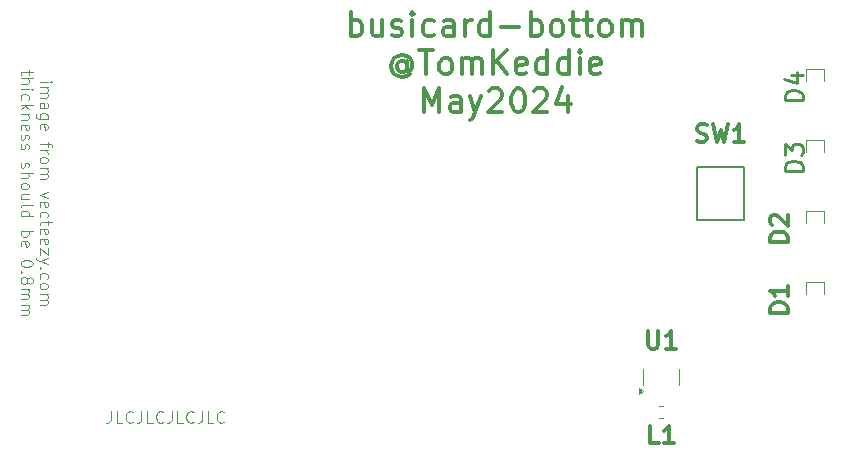
<source format=gto>
G04 #@! TF.GenerationSoftware,KiCad,Pcbnew,8.0.2-1.fc40*
G04 #@! TF.CreationDate,2024-05-26T08:13:27-07:00*
G04 #@! TF.ProjectId,busicard-bottom,62757369-6361-4726-942d-626f74746f6d,rev?*
G04 #@! TF.SameCoordinates,Original*
G04 #@! TF.FileFunction,Legend,Top*
G04 #@! TF.FilePolarity,Positive*
%FSLAX46Y46*%
G04 Gerber Fmt 4.6, Leading zero omitted, Abs format (unit mm)*
G04 Created by KiCad (PCBNEW 8.0.2-1.fc40) date 2024-05-26 08:13:27*
%MOMM*%
%LPD*%
G01*
G04 APERTURE LIST*
%ADD10C,0.100000*%
%ADD11C,0.300000*%
%ADD12C,0.250000*%
%ADD13C,0.120000*%
%ADD14C,0.200000*%
G04 APERTURE END LIST*
D10*
X138380951Y-118457419D02*
X138380951Y-119171704D01*
X138380951Y-119171704D02*
X138333332Y-119314561D01*
X138333332Y-119314561D02*
X138238094Y-119409800D01*
X138238094Y-119409800D02*
X138095237Y-119457419D01*
X138095237Y-119457419D02*
X137999999Y-119457419D01*
X139333332Y-119457419D02*
X138857142Y-119457419D01*
X138857142Y-119457419D02*
X138857142Y-118457419D01*
X140238094Y-119362180D02*
X140190475Y-119409800D01*
X140190475Y-119409800D02*
X140047618Y-119457419D01*
X140047618Y-119457419D02*
X139952380Y-119457419D01*
X139952380Y-119457419D02*
X139809523Y-119409800D01*
X139809523Y-119409800D02*
X139714285Y-119314561D01*
X139714285Y-119314561D02*
X139666666Y-119219323D01*
X139666666Y-119219323D02*
X139619047Y-119028847D01*
X139619047Y-119028847D02*
X139619047Y-118885990D01*
X139619047Y-118885990D02*
X139666666Y-118695514D01*
X139666666Y-118695514D02*
X139714285Y-118600276D01*
X139714285Y-118600276D02*
X139809523Y-118505038D01*
X139809523Y-118505038D02*
X139952380Y-118457419D01*
X139952380Y-118457419D02*
X140047618Y-118457419D01*
X140047618Y-118457419D02*
X140190475Y-118505038D01*
X140190475Y-118505038D02*
X140238094Y-118552657D01*
X140952380Y-118457419D02*
X140952380Y-119171704D01*
X140952380Y-119171704D02*
X140904761Y-119314561D01*
X140904761Y-119314561D02*
X140809523Y-119409800D01*
X140809523Y-119409800D02*
X140666666Y-119457419D01*
X140666666Y-119457419D02*
X140571428Y-119457419D01*
X141904761Y-119457419D02*
X141428571Y-119457419D01*
X141428571Y-119457419D02*
X141428571Y-118457419D01*
X142809523Y-119362180D02*
X142761904Y-119409800D01*
X142761904Y-119409800D02*
X142619047Y-119457419D01*
X142619047Y-119457419D02*
X142523809Y-119457419D01*
X142523809Y-119457419D02*
X142380952Y-119409800D01*
X142380952Y-119409800D02*
X142285714Y-119314561D01*
X142285714Y-119314561D02*
X142238095Y-119219323D01*
X142238095Y-119219323D02*
X142190476Y-119028847D01*
X142190476Y-119028847D02*
X142190476Y-118885990D01*
X142190476Y-118885990D02*
X142238095Y-118695514D01*
X142238095Y-118695514D02*
X142285714Y-118600276D01*
X142285714Y-118600276D02*
X142380952Y-118505038D01*
X142380952Y-118505038D02*
X142523809Y-118457419D01*
X142523809Y-118457419D02*
X142619047Y-118457419D01*
X142619047Y-118457419D02*
X142761904Y-118505038D01*
X142761904Y-118505038D02*
X142809523Y-118552657D01*
X143523809Y-118457419D02*
X143523809Y-119171704D01*
X143523809Y-119171704D02*
X143476190Y-119314561D01*
X143476190Y-119314561D02*
X143380952Y-119409800D01*
X143380952Y-119409800D02*
X143238095Y-119457419D01*
X143238095Y-119457419D02*
X143142857Y-119457419D01*
X144476190Y-119457419D02*
X144000000Y-119457419D01*
X144000000Y-119457419D02*
X144000000Y-118457419D01*
X145380952Y-119362180D02*
X145333333Y-119409800D01*
X145333333Y-119409800D02*
X145190476Y-119457419D01*
X145190476Y-119457419D02*
X145095238Y-119457419D01*
X145095238Y-119457419D02*
X144952381Y-119409800D01*
X144952381Y-119409800D02*
X144857143Y-119314561D01*
X144857143Y-119314561D02*
X144809524Y-119219323D01*
X144809524Y-119219323D02*
X144761905Y-119028847D01*
X144761905Y-119028847D02*
X144761905Y-118885990D01*
X144761905Y-118885990D02*
X144809524Y-118695514D01*
X144809524Y-118695514D02*
X144857143Y-118600276D01*
X144857143Y-118600276D02*
X144952381Y-118505038D01*
X144952381Y-118505038D02*
X145095238Y-118457419D01*
X145095238Y-118457419D02*
X145190476Y-118457419D01*
X145190476Y-118457419D02*
X145333333Y-118505038D01*
X145333333Y-118505038D02*
X145380952Y-118552657D01*
X146095238Y-118457419D02*
X146095238Y-119171704D01*
X146095238Y-119171704D02*
X146047619Y-119314561D01*
X146047619Y-119314561D02*
X145952381Y-119409800D01*
X145952381Y-119409800D02*
X145809524Y-119457419D01*
X145809524Y-119457419D02*
X145714286Y-119457419D01*
X147047619Y-119457419D02*
X146571429Y-119457419D01*
X146571429Y-119457419D02*
X146571429Y-118457419D01*
X147952381Y-119362180D02*
X147904762Y-119409800D01*
X147904762Y-119409800D02*
X147761905Y-119457419D01*
X147761905Y-119457419D02*
X147666667Y-119457419D01*
X147666667Y-119457419D02*
X147523810Y-119409800D01*
X147523810Y-119409800D02*
X147428572Y-119314561D01*
X147428572Y-119314561D02*
X147380953Y-119219323D01*
X147380953Y-119219323D02*
X147333334Y-119028847D01*
X147333334Y-119028847D02*
X147333334Y-118885990D01*
X147333334Y-118885990D02*
X147380953Y-118695514D01*
X147380953Y-118695514D02*
X147428572Y-118600276D01*
X147428572Y-118600276D02*
X147523810Y-118505038D01*
X147523810Y-118505038D02*
X147666667Y-118457419D01*
X147666667Y-118457419D02*
X147761905Y-118457419D01*
X147761905Y-118457419D02*
X147904762Y-118505038D01*
X147904762Y-118505038D02*
X147952381Y-118552657D01*
D11*
X158666666Y-86689750D02*
X158666666Y-84689750D01*
X158666666Y-85451654D02*
X158857142Y-85356416D01*
X158857142Y-85356416D02*
X159238095Y-85356416D01*
X159238095Y-85356416D02*
X159428571Y-85451654D01*
X159428571Y-85451654D02*
X159523809Y-85546892D01*
X159523809Y-85546892D02*
X159619047Y-85737369D01*
X159619047Y-85737369D02*
X159619047Y-86308797D01*
X159619047Y-86308797D02*
X159523809Y-86499273D01*
X159523809Y-86499273D02*
X159428571Y-86594512D01*
X159428571Y-86594512D02*
X159238095Y-86689750D01*
X159238095Y-86689750D02*
X158857142Y-86689750D01*
X158857142Y-86689750D02*
X158666666Y-86594512D01*
X161333333Y-85356416D02*
X161333333Y-86689750D01*
X160476190Y-85356416D02*
X160476190Y-86404035D01*
X160476190Y-86404035D02*
X160571428Y-86594512D01*
X160571428Y-86594512D02*
X160761904Y-86689750D01*
X160761904Y-86689750D02*
X161047619Y-86689750D01*
X161047619Y-86689750D02*
X161238095Y-86594512D01*
X161238095Y-86594512D02*
X161333333Y-86499273D01*
X162190476Y-86594512D02*
X162380952Y-86689750D01*
X162380952Y-86689750D02*
X162761904Y-86689750D01*
X162761904Y-86689750D02*
X162952381Y-86594512D01*
X162952381Y-86594512D02*
X163047619Y-86404035D01*
X163047619Y-86404035D02*
X163047619Y-86308797D01*
X163047619Y-86308797D02*
X162952381Y-86118321D01*
X162952381Y-86118321D02*
X162761904Y-86023083D01*
X162761904Y-86023083D02*
X162476190Y-86023083D01*
X162476190Y-86023083D02*
X162285714Y-85927845D01*
X162285714Y-85927845D02*
X162190476Y-85737369D01*
X162190476Y-85737369D02*
X162190476Y-85642131D01*
X162190476Y-85642131D02*
X162285714Y-85451654D01*
X162285714Y-85451654D02*
X162476190Y-85356416D01*
X162476190Y-85356416D02*
X162761904Y-85356416D01*
X162761904Y-85356416D02*
X162952381Y-85451654D01*
X163904762Y-86689750D02*
X163904762Y-85356416D01*
X163904762Y-84689750D02*
X163809524Y-84784988D01*
X163809524Y-84784988D02*
X163904762Y-84880226D01*
X163904762Y-84880226D02*
X164000000Y-84784988D01*
X164000000Y-84784988D02*
X163904762Y-84689750D01*
X163904762Y-84689750D02*
X163904762Y-84880226D01*
X165714286Y-86594512D02*
X165523810Y-86689750D01*
X165523810Y-86689750D02*
X165142857Y-86689750D01*
X165142857Y-86689750D02*
X164952381Y-86594512D01*
X164952381Y-86594512D02*
X164857143Y-86499273D01*
X164857143Y-86499273D02*
X164761905Y-86308797D01*
X164761905Y-86308797D02*
X164761905Y-85737369D01*
X164761905Y-85737369D02*
X164857143Y-85546892D01*
X164857143Y-85546892D02*
X164952381Y-85451654D01*
X164952381Y-85451654D02*
X165142857Y-85356416D01*
X165142857Y-85356416D02*
X165523810Y-85356416D01*
X165523810Y-85356416D02*
X165714286Y-85451654D01*
X167428572Y-86689750D02*
X167428572Y-85642131D01*
X167428572Y-85642131D02*
X167333334Y-85451654D01*
X167333334Y-85451654D02*
X167142858Y-85356416D01*
X167142858Y-85356416D02*
X166761905Y-85356416D01*
X166761905Y-85356416D02*
X166571429Y-85451654D01*
X167428572Y-86594512D02*
X167238096Y-86689750D01*
X167238096Y-86689750D02*
X166761905Y-86689750D01*
X166761905Y-86689750D02*
X166571429Y-86594512D01*
X166571429Y-86594512D02*
X166476191Y-86404035D01*
X166476191Y-86404035D02*
X166476191Y-86213559D01*
X166476191Y-86213559D02*
X166571429Y-86023083D01*
X166571429Y-86023083D02*
X166761905Y-85927845D01*
X166761905Y-85927845D02*
X167238096Y-85927845D01*
X167238096Y-85927845D02*
X167428572Y-85832607D01*
X168380953Y-86689750D02*
X168380953Y-85356416D01*
X168380953Y-85737369D02*
X168476191Y-85546892D01*
X168476191Y-85546892D02*
X168571429Y-85451654D01*
X168571429Y-85451654D02*
X168761905Y-85356416D01*
X168761905Y-85356416D02*
X168952382Y-85356416D01*
X170476191Y-86689750D02*
X170476191Y-84689750D01*
X170476191Y-86594512D02*
X170285715Y-86689750D01*
X170285715Y-86689750D02*
X169904762Y-86689750D01*
X169904762Y-86689750D02*
X169714286Y-86594512D01*
X169714286Y-86594512D02*
X169619048Y-86499273D01*
X169619048Y-86499273D02*
X169523810Y-86308797D01*
X169523810Y-86308797D02*
X169523810Y-85737369D01*
X169523810Y-85737369D02*
X169619048Y-85546892D01*
X169619048Y-85546892D02*
X169714286Y-85451654D01*
X169714286Y-85451654D02*
X169904762Y-85356416D01*
X169904762Y-85356416D02*
X170285715Y-85356416D01*
X170285715Y-85356416D02*
X170476191Y-85451654D01*
X171428572Y-85927845D02*
X172952382Y-85927845D01*
X173904762Y-86689750D02*
X173904762Y-84689750D01*
X173904762Y-85451654D02*
X174095238Y-85356416D01*
X174095238Y-85356416D02*
X174476191Y-85356416D01*
X174476191Y-85356416D02*
X174666667Y-85451654D01*
X174666667Y-85451654D02*
X174761905Y-85546892D01*
X174761905Y-85546892D02*
X174857143Y-85737369D01*
X174857143Y-85737369D02*
X174857143Y-86308797D01*
X174857143Y-86308797D02*
X174761905Y-86499273D01*
X174761905Y-86499273D02*
X174666667Y-86594512D01*
X174666667Y-86594512D02*
X174476191Y-86689750D01*
X174476191Y-86689750D02*
X174095238Y-86689750D01*
X174095238Y-86689750D02*
X173904762Y-86594512D01*
X176000000Y-86689750D02*
X175809524Y-86594512D01*
X175809524Y-86594512D02*
X175714286Y-86499273D01*
X175714286Y-86499273D02*
X175619048Y-86308797D01*
X175619048Y-86308797D02*
X175619048Y-85737369D01*
X175619048Y-85737369D02*
X175714286Y-85546892D01*
X175714286Y-85546892D02*
X175809524Y-85451654D01*
X175809524Y-85451654D02*
X176000000Y-85356416D01*
X176000000Y-85356416D02*
X176285715Y-85356416D01*
X176285715Y-85356416D02*
X176476191Y-85451654D01*
X176476191Y-85451654D02*
X176571429Y-85546892D01*
X176571429Y-85546892D02*
X176666667Y-85737369D01*
X176666667Y-85737369D02*
X176666667Y-86308797D01*
X176666667Y-86308797D02*
X176571429Y-86499273D01*
X176571429Y-86499273D02*
X176476191Y-86594512D01*
X176476191Y-86594512D02*
X176285715Y-86689750D01*
X176285715Y-86689750D02*
X176000000Y-86689750D01*
X177238096Y-85356416D02*
X178000000Y-85356416D01*
X177523810Y-84689750D02*
X177523810Y-86404035D01*
X177523810Y-86404035D02*
X177619048Y-86594512D01*
X177619048Y-86594512D02*
X177809524Y-86689750D01*
X177809524Y-86689750D02*
X178000000Y-86689750D01*
X178380953Y-85356416D02*
X179142857Y-85356416D01*
X178666667Y-84689750D02*
X178666667Y-86404035D01*
X178666667Y-86404035D02*
X178761905Y-86594512D01*
X178761905Y-86594512D02*
X178952381Y-86689750D01*
X178952381Y-86689750D02*
X179142857Y-86689750D01*
X180095238Y-86689750D02*
X179904762Y-86594512D01*
X179904762Y-86594512D02*
X179809524Y-86499273D01*
X179809524Y-86499273D02*
X179714286Y-86308797D01*
X179714286Y-86308797D02*
X179714286Y-85737369D01*
X179714286Y-85737369D02*
X179809524Y-85546892D01*
X179809524Y-85546892D02*
X179904762Y-85451654D01*
X179904762Y-85451654D02*
X180095238Y-85356416D01*
X180095238Y-85356416D02*
X180380953Y-85356416D01*
X180380953Y-85356416D02*
X180571429Y-85451654D01*
X180571429Y-85451654D02*
X180666667Y-85546892D01*
X180666667Y-85546892D02*
X180761905Y-85737369D01*
X180761905Y-85737369D02*
X180761905Y-86308797D01*
X180761905Y-86308797D02*
X180666667Y-86499273D01*
X180666667Y-86499273D02*
X180571429Y-86594512D01*
X180571429Y-86594512D02*
X180380953Y-86689750D01*
X180380953Y-86689750D02*
X180095238Y-86689750D01*
X181619048Y-86689750D02*
X181619048Y-85356416D01*
X181619048Y-85546892D02*
X181714286Y-85451654D01*
X181714286Y-85451654D02*
X181904762Y-85356416D01*
X181904762Y-85356416D02*
X182190477Y-85356416D01*
X182190477Y-85356416D02*
X182380953Y-85451654D01*
X182380953Y-85451654D02*
X182476191Y-85642131D01*
X182476191Y-85642131D02*
X182476191Y-86689750D01*
X182476191Y-85642131D02*
X182571429Y-85451654D01*
X182571429Y-85451654D02*
X182761905Y-85356416D01*
X182761905Y-85356416D02*
X183047619Y-85356416D01*
X183047619Y-85356416D02*
X183238096Y-85451654D01*
X183238096Y-85451654D02*
X183333334Y-85642131D01*
X183333334Y-85642131D02*
X183333334Y-86689750D01*
X163428570Y-88957257D02*
X163333332Y-88862019D01*
X163333332Y-88862019D02*
X163142856Y-88766780D01*
X163142856Y-88766780D02*
X162952380Y-88766780D01*
X162952380Y-88766780D02*
X162761904Y-88862019D01*
X162761904Y-88862019D02*
X162666665Y-88957257D01*
X162666665Y-88957257D02*
X162571427Y-89147733D01*
X162571427Y-89147733D02*
X162571427Y-89338209D01*
X162571427Y-89338209D02*
X162666665Y-89528685D01*
X162666665Y-89528685D02*
X162761904Y-89623923D01*
X162761904Y-89623923D02*
X162952380Y-89719161D01*
X162952380Y-89719161D02*
X163142856Y-89719161D01*
X163142856Y-89719161D02*
X163333332Y-89623923D01*
X163333332Y-89623923D02*
X163428570Y-89528685D01*
X163428570Y-88766780D02*
X163428570Y-89528685D01*
X163428570Y-89528685D02*
X163523808Y-89623923D01*
X163523808Y-89623923D02*
X163619046Y-89623923D01*
X163619046Y-89623923D02*
X163809523Y-89528685D01*
X163809523Y-89528685D02*
X163904761Y-89338209D01*
X163904761Y-89338209D02*
X163904761Y-88862019D01*
X163904761Y-88862019D02*
X163714285Y-88576304D01*
X163714285Y-88576304D02*
X163428570Y-88385828D01*
X163428570Y-88385828D02*
X163047618Y-88290590D01*
X163047618Y-88290590D02*
X162666665Y-88385828D01*
X162666665Y-88385828D02*
X162380951Y-88576304D01*
X162380951Y-88576304D02*
X162190475Y-88862019D01*
X162190475Y-88862019D02*
X162095237Y-89242971D01*
X162095237Y-89242971D02*
X162190475Y-89623923D01*
X162190475Y-89623923D02*
X162380951Y-89909638D01*
X162380951Y-89909638D02*
X162666665Y-90100114D01*
X162666665Y-90100114D02*
X163047618Y-90195352D01*
X163047618Y-90195352D02*
X163428570Y-90100114D01*
X163428570Y-90100114D02*
X163714285Y-89909638D01*
X164476190Y-87909638D02*
X165619047Y-87909638D01*
X165047618Y-89909638D02*
X165047618Y-87909638D01*
X166571428Y-89909638D02*
X166380952Y-89814400D01*
X166380952Y-89814400D02*
X166285714Y-89719161D01*
X166285714Y-89719161D02*
X166190476Y-89528685D01*
X166190476Y-89528685D02*
X166190476Y-88957257D01*
X166190476Y-88957257D02*
X166285714Y-88766780D01*
X166285714Y-88766780D02*
X166380952Y-88671542D01*
X166380952Y-88671542D02*
X166571428Y-88576304D01*
X166571428Y-88576304D02*
X166857143Y-88576304D01*
X166857143Y-88576304D02*
X167047619Y-88671542D01*
X167047619Y-88671542D02*
X167142857Y-88766780D01*
X167142857Y-88766780D02*
X167238095Y-88957257D01*
X167238095Y-88957257D02*
X167238095Y-89528685D01*
X167238095Y-89528685D02*
X167142857Y-89719161D01*
X167142857Y-89719161D02*
X167047619Y-89814400D01*
X167047619Y-89814400D02*
X166857143Y-89909638D01*
X166857143Y-89909638D02*
X166571428Y-89909638D01*
X168095238Y-89909638D02*
X168095238Y-88576304D01*
X168095238Y-88766780D02*
X168190476Y-88671542D01*
X168190476Y-88671542D02*
X168380952Y-88576304D01*
X168380952Y-88576304D02*
X168666667Y-88576304D01*
X168666667Y-88576304D02*
X168857143Y-88671542D01*
X168857143Y-88671542D02*
X168952381Y-88862019D01*
X168952381Y-88862019D02*
X168952381Y-89909638D01*
X168952381Y-88862019D02*
X169047619Y-88671542D01*
X169047619Y-88671542D02*
X169238095Y-88576304D01*
X169238095Y-88576304D02*
X169523809Y-88576304D01*
X169523809Y-88576304D02*
X169714286Y-88671542D01*
X169714286Y-88671542D02*
X169809524Y-88862019D01*
X169809524Y-88862019D02*
X169809524Y-89909638D01*
X170761905Y-89909638D02*
X170761905Y-87909638D01*
X171904762Y-89909638D02*
X171047619Y-88766780D01*
X171904762Y-87909638D02*
X170761905Y-89052495D01*
X173523810Y-89814400D02*
X173333334Y-89909638D01*
X173333334Y-89909638D02*
X172952381Y-89909638D01*
X172952381Y-89909638D02*
X172761905Y-89814400D01*
X172761905Y-89814400D02*
X172666667Y-89623923D01*
X172666667Y-89623923D02*
X172666667Y-88862019D01*
X172666667Y-88862019D02*
X172761905Y-88671542D01*
X172761905Y-88671542D02*
X172952381Y-88576304D01*
X172952381Y-88576304D02*
X173333334Y-88576304D01*
X173333334Y-88576304D02*
X173523810Y-88671542D01*
X173523810Y-88671542D02*
X173619048Y-88862019D01*
X173619048Y-88862019D02*
X173619048Y-89052495D01*
X173619048Y-89052495D02*
X172666667Y-89242971D01*
X175333334Y-89909638D02*
X175333334Y-87909638D01*
X175333334Y-89814400D02*
X175142858Y-89909638D01*
X175142858Y-89909638D02*
X174761905Y-89909638D01*
X174761905Y-89909638D02*
X174571429Y-89814400D01*
X174571429Y-89814400D02*
X174476191Y-89719161D01*
X174476191Y-89719161D02*
X174380953Y-89528685D01*
X174380953Y-89528685D02*
X174380953Y-88957257D01*
X174380953Y-88957257D02*
X174476191Y-88766780D01*
X174476191Y-88766780D02*
X174571429Y-88671542D01*
X174571429Y-88671542D02*
X174761905Y-88576304D01*
X174761905Y-88576304D02*
X175142858Y-88576304D01*
X175142858Y-88576304D02*
X175333334Y-88671542D01*
X177142858Y-89909638D02*
X177142858Y-87909638D01*
X177142858Y-89814400D02*
X176952382Y-89909638D01*
X176952382Y-89909638D02*
X176571429Y-89909638D01*
X176571429Y-89909638D02*
X176380953Y-89814400D01*
X176380953Y-89814400D02*
X176285715Y-89719161D01*
X176285715Y-89719161D02*
X176190477Y-89528685D01*
X176190477Y-89528685D02*
X176190477Y-88957257D01*
X176190477Y-88957257D02*
X176285715Y-88766780D01*
X176285715Y-88766780D02*
X176380953Y-88671542D01*
X176380953Y-88671542D02*
X176571429Y-88576304D01*
X176571429Y-88576304D02*
X176952382Y-88576304D01*
X176952382Y-88576304D02*
X177142858Y-88671542D01*
X178095239Y-89909638D02*
X178095239Y-88576304D01*
X178095239Y-87909638D02*
X178000001Y-88004876D01*
X178000001Y-88004876D02*
X178095239Y-88100114D01*
X178095239Y-88100114D02*
X178190477Y-88004876D01*
X178190477Y-88004876D02*
X178095239Y-87909638D01*
X178095239Y-87909638D02*
X178095239Y-88100114D01*
X179809525Y-89814400D02*
X179619049Y-89909638D01*
X179619049Y-89909638D02*
X179238096Y-89909638D01*
X179238096Y-89909638D02*
X179047620Y-89814400D01*
X179047620Y-89814400D02*
X178952382Y-89623923D01*
X178952382Y-89623923D02*
X178952382Y-88862019D01*
X178952382Y-88862019D02*
X179047620Y-88671542D01*
X179047620Y-88671542D02*
X179238096Y-88576304D01*
X179238096Y-88576304D02*
X179619049Y-88576304D01*
X179619049Y-88576304D02*
X179809525Y-88671542D01*
X179809525Y-88671542D02*
X179904763Y-88862019D01*
X179904763Y-88862019D02*
X179904763Y-89052495D01*
X179904763Y-89052495D02*
X178952382Y-89242971D01*
X164857142Y-93129526D02*
X164857142Y-91129526D01*
X164857142Y-91129526D02*
X165523809Y-92558097D01*
X165523809Y-92558097D02*
X166190475Y-91129526D01*
X166190475Y-91129526D02*
X166190475Y-93129526D01*
X167999999Y-93129526D02*
X167999999Y-92081907D01*
X167999999Y-92081907D02*
X167904761Y-91891430D01*
X167904761Y-91891430D02*
X167714285Y-91796192D01*
X167714285Y-91796192D02*
X167333332Y-91796192D01*
X167333332Y-91796192D02*
X167142856Y-91891430D01*
X167999999Y-93034288D02*
X167809523Y-93129526D01*
X167809523Y-93129526D02*
X167333332Y-93129526D01*
X167333332Y-93129526D02*
X167142856Y-93034288D01*
X167142856Y-93034288D02*
X167047618Y-92843811D01*
X167047618Y-92843811D02*
X167047618Y-92653335D01*
X167047618Y-92653335D02*
X167142856Y-92462859D01*
X167142856Y-92462859D02*
X167333332Y-92367621D01*
X167333332Y-92367621D02*
X167809523Y-92367621D01*
X167809523Y-92367621D02*
X167999999Y-92272383D01*
X168761904Y-91796192D02*
X169238094Y-93129526D01*
X169714285Y-91796192D02*
X169238094Y-93129526D01*
X169238094Y-93129526D02*
X169047618Y-93605716D01*
X169047618Y-93605716D02*
X168952380Y-93700954D01*
X168952380Y-93700954D02*
X168761904Y-93796192D01*
X170380952Y-91320002D02*
X170476190Y-91224764D01*
X170476190Y-91224764D02*
X170666666Y-91129526D01*
X170666666Y-91129526D02*
X171142857Y-91129526D01*
X171142857Y-91129526D02*
X171333333Y-91224764D01*
X171333333Y-91224764D02*
X171428571Y-91320002D01*
X171428571Y-91320002D02*
X171523809Y-91510478D01*
X171523809Y-91510478D02*
X171523809Y-91700954D01*
X171523809Y-91700954D02*
X171428571Y-91986668D01*
X171428571Y-91986668D02*
X170285714Y-93129526D01*
X170285714Y-93129526D02*
X171523809Y-93129526D01*
X172761904Y-91129526D02*
X172952381Y-91129526D01*
X172952381Y-91129526D02*
X173142857Y-91224764D01*
X173142857Y-91224764D02*
X173238095Y-91320002D01*
X173238095Y-91320002D02*
X173333333Y-91510478D01*
X173333333Y-91510478D02*
X173428571Y-91891430D01*
X173428571Y-91891430D02*
X173428571Y-92367621D01*
X173428571Y-92367621D02*
X173333333Y-92748573D01*
X173333333Y-92748573D02*
X173238095Y-92939049D01*
X173238095Y-92939049D02*
X173142857Y-93034288D01*
X173142857Y-93034288D02*
X172952381Y-93129526D01*
X172952381Y-93129526D02*
X172761904Y-93129526D01*
X172761904Y-93129526D02*
X172571428Y-93034288D01*
X172571428Y-93034288D02*
X172476190Y-92939049D01*
X172476190Y-92939049D02*
X172380952Y-92748573D01*
X172380952Y-92748573D02*
X172285714Y-92367621D01*
X172285714Y-92367621D02*
X172285714Y-91891430D01*
X172285714Y-91891430D02*
X172380952Y-91510478D01*
X172380952Y-91510478D02*
X172476190Y-91320002D01*
X172476190Y-91320002D02*
X172571428Y-91224764D01*
X172571428Y-91224764D02*
X172761904Y-91129526D01*
X174190476Y-91320002D02*
X174285714Y-91224764D01*
X174285714Y-91224764D02*
X174476190Y-91129526D01*
X174476190Y-91129526D02*
X174952381Y-91129526D01*
X174952381Y-91129526D02*
X175142857Y-91224764D01*
X175142857Y-91224764D02*
X175238095Y-91320002D01*
X175238095Y-91320002D02*
X175333333Y-91510478D01*
X175333333Y-91510478D02*
X175333333Y-91700954D01*
X175333333Y-91700954D02*
X175238095Y-91986668D01*
X175238095Y-91986668D02*
X174095238Y-93129526D01*
X174095238Y-93129526D02*
X175333333Y-93129526D01*
X177047619Y-91796192D02*
X177047619Y-93129526D01*
X176571428Y-91034288D02*
X176095238Y-92462859D01*
X176095238Y-92462859D02*
X177333333Y-92462859D01*
D10*
X132347552Y-90571428D02*
X133014219Y-90571428D01*
X133347552Y-90571428D02*
X133299933Y-90523809D01*
X133299933Y-90523809D02*
X133252314Y-90571428D01*
X133252314Y-90571428D02*
X133299933Y-90619047D01*
X133299933Y-90619047D02*
X133347552Y-90571428D01*
X133347552Y-90571428D02*
X133252314Y-90571428D01*
X132347552Y-91047618D02*
X133014219Y-91047618D01*
X132918981Y-91047618D02*
X132966600Y-91095237D01*
X132966600Y-91095237D02*
X133014219Y-91190475D01*
X133014219Y-91190475D02*
X133014219Y-91333332D01*
X133014219Y-91333332D02*
X132966600Y-91428570D01*
X132966600Y-91428570D02*
X132871362Y-91476189D01*
X132871362Y-91476189D02*
X132347552Y-91476189D01*
X132871362Y-91476189D02*
X132966600Y-91523808D01*
X132966600Y-91523808D02*
X133014219Y-91619046D01*
X133014219Y-91619046D02*
X133014219Y-91761903D01*
X133014219Y-91761903D02*
X132966600Y-91857142D01*
X132966600Y-91857142D02*
X132871362Y-91904761D01*
X132871362Y-91904761D02*
X132347552Y-91904761D01*
X132347552Y-92809522D02*
X132871362Y-92809522D01*
X132871362Y-92809522D02*
X132966600Y-92761903D01*
X132966600Y-92761903D02*
X133014219Y-92666665D01*
X133014219Y-92666665D02*
X133014219Y-92476189D01*
X133014219Y-92476189D02*
X132966600Y-92380951D01*
X132395172Y-92809522D02*
X132347552Y-92714284D01*
X132347552Y-92714284D02*
X132347552Y-92476189D01*
X132347552Y-92476189D02*
X132395172Y-92380951D01*
X132395172Y-92380951D02*
X132490410Y-92333332D01*
X132490410Y-92333332D02*
X132585648Y-92333332D01*
X132585648Y-92333332D02*
X132680886Y-92380951D01*
X132680886Y-92380951D02*
X132728505Y-92476189D01*
X132728505Y-92476189D02*
X132728505Y-92714284D01*
X132728505Y-92714284D02*
X132776124Y-92809522D01*
X133014219Y-93714284D02*
X132204695Y-93714284D01*
X132204695Y-93714284D02*
X132109457Y-93666665D01*
X132109457Y-93666665D02*
X132061838Y-93619046D01*
X132061838Y-93619046D02*
X132014219Y-93523808D01*
X132014219Y-93523808D02*
X132014219Y-93380951D01*
X132014219Y-93380951D02*
X132061838Y-93285713D01*
X132395172Y-93714284D02*
X132347552Y-93619046D01*
X132347552Y-93619046D02*
X132347552Y-93428570D01*
X132347552Y-93428570D02*
X132395172Y-93333332D01*
X132395172Y-93333332D02*
X132442791Y-93285713D01*
X132442791Y-93285713D02*
X132538029Y-93238094D01*
X132538029Y-93238094D02*
X132823743Y-93238094D01*
X132823743Y-93238094D02*
X132918981Y-93285713D01*
X132918981Y-93285713D02*
X132966600Y-93333332D01*
X132966600Y-93333332D02*
X133014219Y-93428570D01*
X133014219Y-93428570D02*
X133014219Y-93619046D01*
X133014219Y-93619046D02*
X132966600Y-93714284D01*
X132395172Y-94571427D02*
X132347552Y-94476189D01*
X132347552Y-94476189D02*
X132347552Y-94285713D01*
X132347552Y-94285713D02*
X132395172Y-94190475D01*
X132395172Y-94190475D02*
X132490410Y-94142856D01*
X132490410Y-94142856D02*
X132871362Y-94142856D01*
X132871362Y-94142856D02*
X132966600Y-94190475D01*
X132966600Y-94190475D02*
X133014219Y-94285713D01*
X133014219Y-94285713D02*
X133014219Y-94476189D01*
X133014219Y-94476189D02*
X132966600Y-94571427D01*
X132966600Y-94571427D02*
X132871362Y-94619046D01*
X132871362Y-94619046D02*
X132776124Y-94619046D01*
X132776124Y-94619046D02*
X132680886Y-94142856D01*
X133014219Y-95666666D02*
X133014219Y-96047618D01*
X132347552Y-95809523D02*
X133204695Y-95809523D01*
X133204695Y-95809523D02*
X133299933Y-95857142D01*
X133299933Y-95857142D02*
X133347552Y-95952380D01*
X133347552Y-95952380D02*
X133347552Y-96047618D01*
X132347552Y-96380952D02*
X133014219Y-96380952D01*
X132823743Y-96380952D02*
X132918981Y-96428571D01*
X132918981Y-96428571D02*
X132966600Y-96476190D01*
X132966600Y-96476190D02*
X133014219Y-96571428D01*
X133014219Y-96571428D02*
X133014219Y-96666666D01*
X132347552Y-97142857D02*
X132395172Y-97047619D01*
X132395172Y-97047619D02*
X132442791Y-97000000D01*
X132442791Y-97000000D02*
X132538029Y-96952381D01*
X132538029Y-96952381D02*
X132823743Y-96952381D01*
X132823743Y-96952381D02*
X132918981Y-97000000D01*
X132918981Y-97000000D02*
X132966600Y-97047619D01*
X132966600Y-97047619D02*
X133014219Y-97142857D01*
X133014219Y-97142857D02*
X133014219Y-97285714D01*
X133014219Y-97285714D02*
X132966600Y-97380952D01*
X132966600Y-97380952D02*
X132918981Y-97428571D01*
X132918981Y-97428571D02*
X132823743Y-97476190D01*
X132823743Y-97476190D02*
X132538029Y-97476190D01*
X132538029Y-97476190D02*
X132442791Y-97428571D01*
X132442791Y-97428571D02*
X132395172Y-97380952D01*
X132395172Y-97380952D02*
X132347552Y-97285714D01*
X132347552Y-97285714D02*
X132347552Y-97142857D01*
X132347552Y-97904762D02*
X133014219Y-97904762D01*
X132918981Y-97904762D02*
X132966600Y-97952381D01*
X132966600Y-97952381D02*
X133014219Y-98047619D01*
X133014219Y-98047619D02*
X133014219Y-98190476D01*
X133014219Y-98190476D02*
X132966600Y-98285714D01*
X132966600Y-98285714D02*
X132871362Y-98333333D01*
X132871362Y-98333333D02*
X132347552Y-98333333D01*
X132871362Y-98333333D02*
X132966600Y-98380952D01*
X132966600Y-98380952D02*
X133014219Y-98476190D01*
X133014219Y-98476190D02*
X133014219Y-98619047D01*
X133014219Y-98619047D02*
X132966600Y-98714286D01*
X132966600Y-98714286D02*
X132871362Y-98761905D01*
X132871362Y-98761905D02*
X132347552Y-98761905D01*
X133014219Y-99904762D02*
X132347552Y-100142857D01*
X132347552Y-100142857D02*
X133014219Y-100380952D01*
X132395172Y-101142857D02*
X132347552Y-101047619D01*
X132347552Y-101047619D02*
X132347552Y-100857143D01*
X132347552Y-100857143D02*
X132395172Y-100761905D01*
X132395172Y-100761905D02*
X132490410Y-100714286D01*
X132490410Y-100714286D02*
X132871362Y-100714286D01*
X132871362Y-100714286D02*
X132966600Y-100761905D01*
X132966600Y-100761905D02*
X133014219Y-100857143D01*
X133014219Y-100857143D02*
X133014219Y-101047619D01*
X133014219Y-101047619D02*
X132966600Y-101142857D01*
X132966600Y-101142857D02*
X132871362Y-101190476D01*
X132871362Y-101190476D02*
X132776124Y-101190476D01*
X132776124Y-101190476D02*
X132680886Y-100714286D01*
X132395172Y-102047619D02*
X132347552Y-101952381D01*
X132347552Y-101952381D02*
X132347552Y-101761905D01*
X132347552Y-101761905D02*
X132395172Y-101666667D01*
X132395172Y-101666667D02*
X132442791Y-101619048D01*
X132442791Y-101619048D02*
X132538029Y-101571429D01*
X132538029Y-101571429D02*
X132823743Y-101571429D01*
X132823743Y-101571429D02*
X132918981Y-101619048D01*
X132918981Y-101619048D02*
X132966600Y-101666667D01*
X132966600Y-101666667D02*
X133014219Y-101761905D01*
X133014219Y-101761905D02*
X133014219Y-101952381D01*
X133014219Y-101952381D02*
X132966600Y-102047619D01*
X133014219Y-102333334D02*
X133014219Y-102714286D01*
X133347552Y-102476191D02*
X132490410Y-102476191D01*
X132490410Y-102476191D02*
X132395172Y-102523810D01*
X132395172Y-102523810D02*
X132347552Y-102619048D01*
X132347552Y-102619048D02*
X132347552Y-102714286D01*
X132395172Y-103428572D02*
X132347552Y-103333334D01*
X132347552Y-103333334D02*
X132347552Y-103142858D01*
X132347552Y-103142858D02*
X132395172Y-103047620D01*
X132395172Y-103047620D02*
X132490410Y-103000001D01*
X132490410Y-103000001D02*
X132871362Y-103000001D01*
X132871362Y-103000001D02*
X132966600Y-103047620D01*
X132966600Y-103047620D02*
X133014219Y-103142858D01*
X133014219Y-103142858D02*
X133014219Y-103333334D01*
X133014219Y-103333334D02*
X132966600Y-103428572D01*
X132966600Y-103428572D02*
X132871362Y-103476191D01*
X132871362Y-103476191D02*
X132776124Y-103476191D01*
X132776124Y-103476191D02*
X132680886Y-103000001D01*
X132395172Y-104285715D02*
X132347552Y-104190477D01*
X132347552Y-104190477D02*
X132347552Y-104000001D01*
X132347552Y-104000001D02*
X132395172Y-103904763D01*
X132395172Y-103904763D02*
X132490410Y-103857144D01*
X132490410Y-103857144D02*
X132871362Y-103857144D01*
X132871362Y-103857144D02*
X132966600Y-103904763D01*
X132966600Y-103904763D02*
X133014219Y-104000001D01*
X133014219Y-104000001D02*
X133014219Y-104190477D01*
X133014219Y-104190477D02*
X132966600Y-104285715D01*
X132966600Y-104285715D02*
X132871362Y-104333334D01*
X132871362Y-104333334D02*
X132776124Y-104333334D01*
X132776124Y-104333334D02*
X132680886Y-103857144D01*
X133014219Y-104666668D02*
X133014219Y-105190477D01*
X133014219Y-105190477D02*
X132347552Y-104666668D01*
X132347552Y-104666668D02*
X132347552Y-105190477D01*
X133014219Y-105476192D02*
X132347552Y-105714287D01*
X133014219Y-105952382D02*
X132347552Y-105714287D01*
X132347552Y-105714287D02*
X132109457Y-105619049D01*
X132109457Y-105619049D02*
X132061838Y-105571430D01*
X132061838Y-105571430D02*
X132014219Y-105476192D01*
X132442791Y-106333335D02*
X132395172Y-106380954D01*
X132395172Y-106380954D02*
X132347552Y-106333335D01*
X132347552Y-106333335D02*
X132395172Y-106285716D01*
X132395172Y-106285716D02*
X132442791Y-106333335D01*
X132442791Y-106333335D02*
X132347552Y-106333335D01*
X132395172Y-107238096D02*
X132347552Y-107142858D01*
X132347552Y-107142858D02*
X132347552Y-106952382D01*
X132347552Y-106952382D02*
X132395172Y-106857144D01*
X132395172Y-106857144D02*
X132442791Y-106809525D01*
X132442791Y-106809525D02*
X132538029Y-106761906D01*
X132538029Y-106761906D02*
X132823743Y-106761906D01*
X132823743Y-106761906D02*
X132918981Y-106809525D01*
X132918981Y-106809525D02*
X132966600Y-106857144D01*
X132966600Y-106857144D02*
X133014219Y-106952382D01*
X133014219Y-106952382D02*
X133014219Y-107142858D01*
X133014219Y-107142858D02*
X132966600Y-107238096D01*
X132347552Y-107809525D02*
X132395172Y-107714287D01*
X132395172Y-107714287D02*
X132442791Y-107666668D01*
X132442791Y-107666668D02*
X132538029Y-107619049D01*
X132538029Y-107619049D02*
X132823743Y-107619049D01*
X132823743Y-107619049D02*
X132918981Y-107666668D01*
X132918981Y-107666668D02*
X132966600Y-107714287D01*
X132966600Y-107714287D02*
X133014219Y-107809525D01*
X133014219Y-107809525D02*
X133014219Y-107952382D01*
X133014219Y-107952382D02*
X132966600Y-108047620D01*
X132966600Y-108047620D02*
X132918981Y-108095239D01*
X132918981Y-108095239D02*
X132823743Y-108142858D01*
X132823743Y-108142858D02*
X132538029Y-108142858D01*
X132538029Y-108142858D02*
X132442791Y-108095239D01*
X132442791Y-108095239D02*
X132395172Y-108047620D01*
X132395172Y-108047620D02*
X132347552Y-107952382D01*
X132347552Y-107952382D02*
X132347552Y-107809525D01*
X132347552Y-108571430D02*
X133014219Y-108571430D01*
X132918981Y-108571430D02*
X132966600Y-108619049D01*
X132966600Y-108619049D02*
X133014219Y-108714287D01*
X133014219Y-108714287D02*
X133014219Y-108857144D01*
X133014219Y-108857144D02*
X132966600Y-108952382D01*
X132966600Y-108952382D02*
X132871362Y-109000001D01*
X132871362Y-109000001D02*
X132347552Y-109000001D01*
X132871362Y-109000001D02*
X132966600Y-109047620D01*
X132966600Y-109047620D02*
X133014219Y-109142858D01*
X133014219Y-109142858D02*
X133014219Y-109285715D01*
X133014219Y-109285715D02*
X132966600Y-109380954D01*
X132966600Y-109380954D02*
X132871362Y-109428573D01*
X132871362Y-109428573D02*
X132347552Y-109428573D01*
X131404275Y-89571428D02*
X131404275Y-89952380D01*
X131737608Y-89714285D02*
X130880466Y-89714285D01*
X130880466Y-89714285D02*
X130785228Y-89761904D01*
X130785228Y-89761904D02*
X130737608Y-89857142D01*
X130737608Y-89857142D02*
X130737608Y-89952380D01*
X130737608Y-90285714D02*
X131737608Y-90285714D01*
X130737608Y-90714285D02*
X131261418Y-90714285D01*
X131261418Y-90714285D02*
X131356656Y-90666666D01*
X131356656Y-90666666D02*
X131404275Y-90571428D01*
X131404275Y-90571428D02*
X131404275Y-90428571D01*
X131404275Y-90428571D02*
X131356656Y-90333333D01*
X131356656Y-90333333D02*
X131309037Y-90285714D01*
X130737608Y-91190476D02*
X131404275Y-91190476D01*
X131737608Y-91190476D02*
X131689989Y-91142857D01*
X131689989Y-91142857D02*
X131642370Y-91190476D01*
X131642370Y-91190476D02*
X131689989Y-91238095D01*
X131689989Y-91238095D02*
X131737608Y-91190476D01*
X131737608Y-91190476D02*
X131642370Y-91190476D01*
X130785228Y-92095237D02*
X130737608Y-91999999D01*
X130737608Y-91999999D02*
X130737608Y-91809523D01*
X130737608Y-91809523D02*
X130785228Y-91714285D01*
X130785228Y-91714285D02*
X130832847Y-91666666D01*
X130832847Y-91666666D02*
X130928085Y-91619047D01*
X130928085Y-91619047D02*
X131213799Y-91619047D01*
X131213799Y-91619047D02*
X131309037Y-91666666D01*
X131309037Y-91666666D02*
X131356656Y-91714285D01*
X131356656Y-91714285D02*
X131404275Y-91809523D01*
X131404275Y-91809523D02*
X131404275Y-91999999D01*
X131404275Y-91999999D02*
X131356656Y-92095237D01*
X130737608Y-92523809D02*
X131737608Y-92523809D01*
X131118561Y-92619047D02*
X130737608Y-92904761D01*
X131404275Y-92904761D02*
X131023323Y-92523809D01*
X131404275Y-93333333D02*
X130737608Y-93333333D01*
X131309037Y-93333333D02*
X131356656Y-93380952D01*
X131356656Y-93380952D02*
X131404275Y-93476190D01*
X131404275Y-93476190D02*
X131404275Y-93619047D01*
X131404275Y-93619047D02*
X131356656Y-93714285D01*
X131356656Y-93714285D02*
X131261418Y-93761904D01*
X131261418Y-93761904D02*
X130737608Y-93761904D01*
X130785228Y-94619047D02*
X130737608Y-94523809D01*
X130737608Y-94523809D02*
X130737608Y-94333333D01*
X130737608Y-94333333D02*
X130785228Y-94238095D01*
X130785228Y-94238095D02*
X130880466Y-94190476D01*
X130880466Y-94190476D02*
X131261418Y-94190476D01*
X131261418Y-94190476D02*
X131356656Y-94238095D01*
X131356656Y-94238095D02*
X131404275Y-94333333D01*
X131404275Y-94333333D02*
X131404275Y-94523809D01*
X131404275Y-94523809D02*
X131356656Y-94619047D01*
X131356656Y-94619047D02*
X131261418Y-94666666D01*
X131261418Y-94666666D02*
X131166180Y-94666666D01*
X131166180Y-94666666D02*
X131070942Y-94190476D01*
X130785228Y-95047619D02*
X130737608Y-95142857D01*
X130737608Y-95142857D02*
X130737608Y-95333333D01*
X130737608Y-95333333D02*
X130785228Y-95428571D01*
X130785228Y-95428571D02*
X130880466Y-95476190D01*
X130880466Y-95476190D02*
X130928085Y-95476190D01*
X130928085Y-95476190D02*
X131023323Y-95428571D01*
X131023323Y-95428571D02*
X131070942Y-95333333D01*
X131070942Y-95333333D02*
X131070942Y-95190476D01*
X131070942Y-95190476D02*
X131118561Y-95095238D01*
X131118561Y-95095238D02*
X131213799Y-95047619D01*
X131213799Y-95047619D02*
X131261418Y-95047619D01*
X131261418Y-95047619D02*
X131356656Y-95095238D01*
X131356656Y-95095238D02*
X131404275Y-95190476D01*
X131404275Y-95190476D02*
X131404275Y-95333333D01*
X131404275Y-95333333D02*
X131356656Y-95428571D01*
X130785228Y-95857143D02*
X130737608Y-95952381D01*
X130737608Y-95952381D02*
X130737608Y-96142857D01*
X130737608Y-96142857D02*
X130785228Y-96238095D01*
X130785228Y-96238095D02*
X130880466Y-96285714D01*
X130880466Y-96285714D02*
X130928085Y-96285714D01*
X130928085Y-96285714D02*
X131023323Y-96238095D01*
X131023323Y-96238095D02*
X131070942Y-96142857D01*
X131070942Y-96142857D02*
X131070942Y-96000000D01*
X131070942Y-96000000D02*
X131118561Y-95904762D01*
X131118561Y-95904762D02*
X131213799Y-95857143D01*
X131213799Y-95857143D02*
X131261418Y-95857143D01*
X131261418Y-95857143D02*
X131356656Y-95904762D01*
X131356656Y-95904762D02*
X131404275Y-96000000D01*
X131404275Y-96000000D02*
X131404275Y-96142857D01*
X131404275Y-96142857D02*
X131356656Y-96238095D01*
X130785228Y-97428572D02*
X130737608Y-97523810D01*
X130737608Y-97523810D02*
X130737608Y-97714286D01*
X130737608Y-97714286D02*
X130785228Y-97809524D01*
X130785228Y-97809524D02*
X130880466Y-97857143D01*
X130880466Y-97857143D02*
X130928085Y-97857143D01*
X130928085Y-97857143D02*
X131023323Y-97809524D01*
X131023323Y-97809524D02*
X131070942Y-97714286D01*
X131070942Y-97714286D02*
X131070942Y-97571429D01*
X131070942Y-97571429D02*
X131118561Y-97476191D01*
X131118561Y-97476191D02*
X131213799Y-97428572D01*
X131213799Y-97428572D02*
X131261418Y-97428572D01*
X131261418Y-97428572D02*
X131356656Y-97476191D01*
X131356656Y-97476191D02*
X131404275Y-97571429D01*
X131404275Y-97571429D02*
X131404275Y-97714286D01*
X131404275Y-97714286D02*
X131356656Y-97809524D01*
X130737608Y-98285715D02*
X131737608Y-98285715D01*
X130737608Y-98714286D02*
X131261418Y-98714286D01*
X131261418Y-98714286D02*
X131356656Y-98666667D01*
X131356656Y-98666667D02*
X131404275Y-98571429D01*
X131404275Y-98571429D02*
X131404275Y-98428572D01*
X131404275Y-98428572D02*
X131356656Y-98333334D01*
X131356656Y-98333334D02*
X131309037Y-98285715D01*
X130737608Y-99333334D02*
X130785228Y-99238096D01*
X130785228Y-99238096D02*
X130832847Y-99190477D01*
X130832847Y-99190477D02*
X130928085Y-99142858D01*
X130928085Y-99142858D02*
X131213799Y-99142858D01*
X131213799Y-99142858D02*
X131309037Y-99190477D01*
X131309037Y-99190477D02*
X131356656Y-99238096D01*
X131356656Y-99238096D02*
X131404275Y-99333334D01*
X131404275Y-99333334D02*
X131404275Y-99476191D01*
X131404275Y-99476191D02*
X131356656Y-99571429D01*
X131356656Y-99571429D02*
X131309037Y-99619048D01*
X131309037Y-99619048D02*
X131213799Y-99666667D01*
X131213799Y-99666667D02*
X130928085Y-99666667D01*
X130928085Y-99666667D02*
X130832847Y-99619048D01*
X130832847Y-99619048D02*
X130785228Y-99571429D01*
X130785228Y-99571429D02*
X130737608Y-99476191D01*
X130737608Y-99476191D02*
X130737608Y-99333334D01*
X131404275Y-100523810D02*
X130737608Y-100523810D01*
X131404275Y-100095239D02*
X130880466Y-100095239D01*
X130880466Y-100095239D02*
X130785228Y-100142858D01*
X130785228Y-100142858D02*
X130737608Y-100238096D01*
X130737608Y-100238096D02*
X130737608Y-100380953D01*
X130737608Y-100380953D02*
X130785228Y-100476191D01*
X130785228Y-100476191D02*
X130832847Y-100523810D01*
X130737608Y-101142858D02*
X130785228Y-101047620D01*
X130785228Y-101047620D02*
X130880466Y-101000001D01*
X130880466Y-101000001D02*
X131737608Y-101000001D01*
X130737608Y-101952382D02*
X131737608Y-101952382D01*
X130785228Y-101952382D02*
X130737608Y-101857144D01*
X130737608Y-101857144D02*
X130737608Y-101666668D01*
X130737608Y-101666668D02*
X130785228Y-101571430D01*
X130785228Y-101571430D02*
X130832847Y-101523811D01*
X130832847Y-101523811D02*
X130928085Y-101476192D01*
X130928085Y-101476192D02*
X131213799Y-101476192D01*
X131213799Y-101476192D02*
X131309037Y-101523811D01*
X131309037Y-101523811D02*
X131356656Y-101571430D01*
X131356656Y-101571430D02*
X131404275Y-101666668D01*
X131404275Y-101666668D02*
X131404275Y-101857144D01*
X131404275Y-101857144D02*
X131356656Y-101952382D01*
X130737608Y-103190478D02*
X131737608Y-103190478D01*
X131356656Y-103190478D02*
X131404275Y-103285716D01*
X131404275Y-103285716D02*
X131404275Y-103476192D01*
X131404275Y-103476192D02*
X131356656Y-103571430D01*
X131356656Y-103571430D02*
X131309037Y-103619049D01*
X131309037Y-103619049D02*
X131213799Y-103666668D01*
X131213799Y-103666668D02*
X130928085Y-103666668D01*
X130928085Y-103666668D02*
X130832847Y-103619049D01*
X130832847Y-103619049D02*
X130785228Y-103571430D01*
X130785228Y-103571430D02*
X130737608Y-103476192D01*
X130737608Y-103476192D02*
X130737608Y-103285716D01*
X130737608Y-103285716D02*
X130785228Y-103190478D01*
X130785228Y-104476192D02*
X130737608Y-104380954D01*
X130737608Y-104380954D02*
X130737608Y-104190478D01*
X130737608Y-104190478D02*
X130785228Y-104095240D01*
X130785228Y-104095240D02*
X130880466Y-104047621D01*
X130880466Y-104047621D02*
X131261418Y-104047621D01*
X131261418Y-104047621D02*
X131356656Y-104095240D01*
X131356656Y-104095240D02*
X131404275Y-104190478D01*
X131404275Y-104190478D02*
X131404275Y-104380954D01*
X131404275Y-104380954D02*
X131356656Y-104476192D01*
X131356656Y-104476192D02*
X131261418Y-104523811D01*
X131261418Y-104523811D02*
X131166180Y-104523811D01*
X131166180Y-104523811D02*
X131070942Y-104047621D01*
X131737608Y-105904764D02*
X131737608Y-106000002D01*
X131737608Y-106000002D02*
X131689989Y-106095240D01*
X131689989Y-106095240D02*
X131642370Y-106142859D01*
X131642370Y-106142859D02*
X131547132Y-106190478D01*
X131547132Y-106190478D02*
X131356656Y-106238097D01*
X131356656Y-106238097D02*
X131118561Y-106238097D01*
X131118561Y-106238097D02*
X130928085Y-106190478D01*
X130928085Y-106190478D02*
X130832847Y-106142859D01*
X130832847Y-106142859D02*
X130785228Y-106095240D01*
X130785228Y-106095240D02*
X130737608Y-106000002D01*
X130737608Y-106000002D02*
X130737608Y-105904764D01*
X130737608Y-105904764D02*
X130785228Y-105809526D01*
X130785228Y-105809526D02*
X130832847Y-105761907D01*
X130832847Y-105761907D02*
X130928085Y-105714288D01*
X130928085Y-105714288D02*
X131118561Y-105666669D01*
X131118561Y-105666669D02*
X131356656Y-105666669D01*
X131356656Y-105666669D02*
X131547132Y-105714288D01*
X131547132Y-105714288D02*
X131642370Y-105761907D01*
X131642370Y-105761907D02*
X131689989Y-105809526D01*
X131689989Y-105809526D02*
X131737608Y-105904764D01*
X130832847Y-106666669D02*
X130785228Y-106714288D01*
X130785228Y-106714288D02*
X130737608Y-106666669D01*
X130737608Y-106666669D02*
X130785228Y-106619050D01*
X130785228Y-106619050D02*
X130832847Y-106666669D01*
X130832847Y-106666669D02*
X130737608Y-106666669D01*
X131309037Y-107285716D02*
X131356656Y-107190478D01*
X131356656Y-107190478D02*
X131404275Y-107142859D01*
X131404275Y-107142859D02*
X131499513Y-107095240D01*
X131499513Y-107095240D02*
X131547132Y-107095240D01*
X131547132Y-107095240D02*
X131642370Y-107142859D01*
X131642370Y-107142859D02*
X131689989Y-107190478D01*
X131689989Y-107190478D02*
X131737608Y-107285716D01*
X131737608Y-107285716D02*
X131737608Y-107476192D01*
X131737608Y-107476192D02*
X131689989Y-107571430D01*
X131689989Y-107571430D02*
X131642370Y-107619049D01*
X131642370Y-107619049D02*
X131547132Y-107666668D01*
X131547132Y-107666668D02*
X131499513Y-107666668D01*
X131499513Y-107666668D02*
X131404275Y-107619049D01*
X131404275Y-107619049D02*
X131356656Y-107571430D01*
X131356656Y-107571430D02*
X131309037Y-107476192D01*
X131309037Y-107476192D02*
X131309037Y-107285716D01*
X131309037Y-107285716D02*
X131261418Y-107190478D01*
X131261418Y-107190478D02*
X131213799Y-107142859D01*
X131213799Y-107142859D02*
X131118561Y-107095240D01*
X131118561Y-107095240D02*
X130928085Y-107095240D01*
X130928085Y-107095240D02*
X130832847Y-107142859D01*
X130832847Y-107142859D02*
X130785228Y-107190478D01*
X130785228Y-107190478D02*
X130737608Y-107285716D01*
X130737608Y-107285716D02*
X130737608Y-107476192D01*
X130737608Y-107476192D02*
X130785228Y-107571430D01*
X130785228Y-107571430D02*
X130832847Y-107619049D01*
X130832847Y-107619049D02*
X130928085Y-107666668D01*
X130928085Y-107666668D02*
X131118561Y-107666668D01*
X131118561Y-107666668D02*
X131213799Y-107619049D01*
X131213799Y-107619049D02*
X131261418Y-107571430D01*
X131261418Y-107571430D02*
X131309037Y-107476192D01*
X130737608Y-108095240D02*
X131404275Y-108095240D01*
X131309037Y-108095240D02*
X131356656Y-108142859D01*
X131356656Y-108142859D02*
X131404275Y-108238097D01*
X131404275Y-108238097D02*
X131404275Y-108380954D01*
X131404275Y-108380954D02*
X131356656Y-108476192D01*
X131356656Y-108476192D02*
X131261418Y-108523811D01*
X131261418Y-108523811D02*
X130737608Y-108523811D01*
X131261418Y-108523811D02*
X131356656Y-108571430D01*
X131356656Y-108571430D02*
X131404275Y-108666668D01*
X131404275Y-108666668D02*
X131404275Y-108809525D01*
X131404275Y-108809525D02*
X131356656Y-108904764D01*
X131356656Y-108904764D02*
X131261418Y-108952383D01*
X131261418Y-108952383D02*
X130737608Y-108952383D01*
X130737608Y-109428573D02*
X131404275Y-109428573D01*
X131309037Y-109428573D02*
X131356656Y-109476192D01*
X131356656Y-109476192D02*
X131404275Y-109571430D01*
X131404275Y-109571430D02*
X131404275Y-109714287D01*
X131404275Y-109714287D02*
X131356656Y-109809525D01*
X131356656Y-109809525D02*
X131261418Y-109857144D01*
X131261418Y-109857144D02*
X130737608Y-109857144D01*
X131261418Y-109857144D02*
X131356656Y-109904763D01*
X131356656Y-109904763D02*
X131404275Y-110000001D01*
X131404275Y-110000001D02*
X131404275Y-110142858D01*
X131404275Y-110142858D02*
X131356656Y-110238097D01*
X131356656Y-110238097D02*
X131261418Y-110285716D01*
X131261418Y-110285716D02*
X130737608Y-110285716D01*
D11*
X195678328Y-110107142D02*
X194178328Y-110107142D01*
X194178328Y-110107142D02*
X194178328Y-109749999D01*
X194178328Y-109749999D02*
X194249757Y-109535713D01*
X194249757Y-109535713D02*
X194392614Y-109392856D01*
X194392614Y-109392856D02*
X194535471Y-109321427D01*
X194535471Y-109321427D02*
X194821185Y-109249999D01*
X194821185Y-109249999D02*
X195035471Y-109249999D01*
X195035471Y-109249999D02*
X195321185Y-109321427D01*
X195321185Y-109321427D02*
X195464042Y-109392856D01*
X195464042Y-109392856D02*
X195606900Y-109535713D01*
X195606900Y-109535713D02*
X195678328Y-109749999D01*
X195678328Y-109749999D02*
X195678328Y-110107142D01*
X195678328Y-107821427D02*
X195678328Y-108678570D01*
X195678328Y-108249999D02*
X194178328Y-108249999D01*
X194178328Y-108249999D02*
X194392614Y-108392856D01*
X194392614Y-108392856D02*
X194535471Y-108535713D01*
X194535471Y-108535713D02*
X194606900Y-108678570D01*
D12*
X196930928Y-98107142D02*
X195430928Y-98107142D01*
X195430928Y-98107142D02*
X195430928Y-97749999D01*
X195430928Y-97749999D02*
X195502357Y-97535713D01*
X195502357Y-97535713D02*
X195645214Y-97392856D01*
X195645214Y-97392856D02*
X195788071Y-97321427D01*
X195788071Y-97321427D02*
X196073785Y-97249999D01*
X196073785Y-97249999D02*
X196288071Y-97249999D01*
X196288071Y-97249999D02*
X196573785Y-97321427D01*
X196573785Y-97321427D02*
X196716642Y-97392856D01*
X196716642Y-97392856D02*
X196859500Y-97535713D01*
X196859500Y-97535713D02*
X196930928Y-97749999D01*
X196930928Y-97749999D02*
X196930928Y-98107142D01*
X195430928Y-96749999D02*
X195430928Y-95821427D01*
X195430928Y-95821427D02*
X196002357Y-96321427D01*
X196002357Y-96321427D02*
X196002357Y-96107142D01*
X196002357Y-96107142D02*
X196073785Y-95964285D01*
X196073785Y-95964285D02*
X196145214Y-95892856D01*
X196145214Y-95892856D02*
X196288071Y-95821427D01*
X196288071Y-95821427D02*
X196645214Y-95821427D01*
X196645214Y-95821427D02*
X196788071Y-95892856D01*
X196788071Y-95892856D02*
X196859500Y-95964285D01*
X196859500Y-95964285D02*
X196930928Y-96107142D01*
X196930928Y-96107142D02*
X196930928Y-96535713D01*
X196930928Y-96535713D02*
X196859500Y-96678570D01*
X196859500Y-96678570D02*
X196788071Y-96749999D01*
D11*
X183857142Y-111678328D02*
X183857142Y-112892614D01*
X183857142Y-112892614D02*
X183928571Y-113035471D01*
X183928571Y-113035471D02*
X184000000Y-113106900D01*
X184000000Y-113106900D02*
X184142857Y-113178328D01*
X184142857Y-113178328D02*
X184428571Y-113178328D01*
X184428571Y-113178328D02*
X184571428Y-113106900D01*
X184571428Y-113106900D02*
X184642857Y-113035471D01*
X184642857Y-113035471D02*
X184714285Y-112892614D01*
X184714285Y-112892614D02*
X184714285Y-111678328D01*
X186214286Y-113178328D02*
X185357143Y-113178328D01*
X185785714Y-113178328D02*
X185785714Y-111678328D01*
X185785714Y-111678328D02*
X185642857Y-111892614D01*
X185642857Y-111892614D02*
X185500000Y-112035471D01*
X185500000Y-112035471D02*
X185357143Y-112106900D01*
X188000000Y-95606900D02*
X188214286Y-95678328D01*
X188214286Y-95678328D02*
X188571428Y-95678328D01*
X188571428Y-95678328D02*
X188714286Y-95606900D01*
X188714286Y-95606900D02*
X188785714Y-95535471D01*
X188785714Y-95535471D02*
X188857143Y-95392614D01*
X188857143Y-95392614D02*
X188857143Y-95249757D01*
X188857143Y-95249757D02*
X188785714Y-95106900D01*
X188785714Y-95106900D02*
X188714286Y-95035471D01*
X188714286Y-95035471D02*
X188571428Y-94964042D01*
X188571428Y-94964042D02*
X188285714Y-94892614D01*
X188285714Y-94892614D02*
X188142857Y-94821185D01*
X188142857Y-94821185D02*
X188071428Y-94749757D01*
X188071428Y-94749757D02*
X188000000Y-94606900D01*
X188000000Y-94606900D02*
X188000000Y-94464042D01*
X188000000Y-94464042D02*
X188071428Y-94321185D01*
X188071428Y-94321185D02*
X188142857Y-94249757D01*
X188142857Y-94249757D02*
X188285714Y-94178328D01*
X188285714Y-94178328D02*
X188642857Y-94178328D01*
X188642857Y-94178328D02*
X188857143Y-94249757D01*
X189357142Y-94178328D02*
X189714285Y-95678328D01*
X189714285Y-95678328D02*
X189999999Y-94606900D01*
X189999999Y-94606900D02*
X190285714Y-95678328D01*
X190285714Y-95678328D02*
X190642857Y-94178328D01*
X192000000Y-95678328D02*
X191142857Y-95678328D01*
X191571428Y-95678328D02*
X191571428Y-94178328D01*
X191571428Y-94178328D02*
X191428571Y-94392614D01*
X191428571Y-94392614D02*
X191285714Y-94535471D01*
X191285714Y-94535471D02*
X191142857Y-94606900D01*
X184750000Y-121178328D02*
X184035714Y-121178328D01*
X184035714Y-121178328D02*
X184035714Y-119678328D01*
X186035715Y-121178328D02*
X185178572Y-121178328D01*
X185607143Y-121178328D02*
X185607143Y-119678328D01*
X185607143Y-119678328D02*
X185464286Y-119892614D01*
X185464286Y-119892614D02*
X185321429Y-120035471D01*
X185321429Y-120035471D02*
X185178572Y-120106900D01*
X195678328Y-104107142D02*
X194178328Y-104107142D01*
X194178328Y-104107142D02*
X194178328Y-103749999D01*
X194178328Y-103749999D02*
X194249757Y-103535713D01*
X194249757Y-103535713D02*
X194392614Y-103392856D01*
X194392614Y-103392856D02*
X194535471Y-103321427D01*
X194535471Y-103321427D02*
X194821185Y-103249999D01*
X194821185Y-103249999D02*
X195035471Y-103249999D01*
X195035471Y-103249999D02*
X195321185Y-103321427D01*
X195321185Y-103321427D02*
X195464042Y-103392856D01*
X195464042Y-103392856D02*
X195606900Y-103535713D01*
X195606900Y-103535713D02*
X195678328Y-103749999D01*
X195678328Y-103749999D02*
X195678328Y-104107142D01*
X194321185Y-102678570D02*
X194249757Y-102607142D01*
X194249757Y-102607142D02*
X194178328Y-102464285D01*
X194178328Y-102464285D02*
X194178328Y-102107142D01*
X194178328Y-102107142D02*
X194249757Y-101964285D01*
X194249757Y-101964285D02*
X194321185Y-101892856D01*
X194321185Y-101892856D02*
X194464042Y-101821427D01*
X194464042Y-101821427D02*
X194606900Y-101821427D01*
X194606900Y-101821427D02*
X194821185Y-101892856D01*
X194821185Y-101892856D02*
X195678328Y-102749999D01*
X195678328Y-102749999D02*
X195678328Y-101821427D01*
D12*
X196930928Y-92107142D02*
X195430928Y-92107142D01*
X195430928Y-92107142D02*
X195430928Y-91749999D01*
X195430928Y-91749999D02*
X195502357Y-91535713D01*
X195502357Y-91535713D02*
X195645214Y-91392856D01*
X195645214Y-91392856D02*
X195788071Y-91321427D01*
X195788071Y-91321427D02*
X196073785Y-91249999D01*
X196073785Y-91249999D02*
X196288071Y-91249999D01*
X196288071Y-91249999D02*
X196573785Y-91321427D01*
X196573785Y-91321427D02*
X196716642Y-91392856D01*
X196716642Y-91392856D02*
X196859500Y-91535713D01*
X196859500Y-91535713D02*
X196930928Y-91749999D01*
X196930928Y-91749999D02*
X196930928Y-92107142D01*
X195930928Y-89964285D02*
X196930928Y-89964285D01*
X195359500Y-90321427D02*
X196430928Y-90678570D01*
X196430928Y-90678570D02*
X196430928Y-89749999D01*
D10*
G04 #@! TO.C,D1*
X197250000Y-107500000D02*
X198750000Y-107500000D01*
X197250000Y-108500000D02*
X197250000Y-107500000D01*
X198750000Y-107500000D02*
X198750000Y-108500000D01*
G04 #@! TO.C,D3*
X197250000Y-95500000D02*
X198750000Y-95500000D01*
X197250000Y-96500000D02*
X197250000Y-95500000D01*
X198750000Y-95500000D02*
X198750000Y-96500000D01*
D13*
G04 #@! TO.C,U1*
X183390000Y-115562500D02*
X183390000Y-114912500D01*
X183390000Y-115562500D02*
X183390000Y-116212500D01*
X186510000Y-115562500D02*
X186510000Y-114912500D01*
X186510000Y-115562500D02*
X186510000Y-116212500D01*
X183440000Y-116725000D02*
X183110000Y-116965000D01*
X183110000Y-116485000D01*
X183440000Y-116725000D01*
G36*
X183440000Y-116725000D02*
G01*
X183110000Y-116965000D01*
X183110000Y-116485000D01*
X183440000Y-116725000D01*
G37*
G04 #@! TO.C,SW1*
D14*
X188000000Y-97750000D02*
X192000000Y-97750000D01*
X192000000Y-102250000D01*
X188000000Y-102250000D01*
X188000000Y-97750000D01*
D13*
G04 #@! TO.C,L1*
X184787221Y-117990000D02*
X185112779Y-117990000D01*
X184787221Y-119010000D02*
X185112779Y-119010000D01*
D10*
G04 #@! TO.C,D2*
X197250000Y-101500000D02*
X198750000Y-101500000D01*
X197250000Y-102500000D02*
X197250000Y-101500000D01*
X198750000Y-101500000D02*
X198750000Y-102500000D01*
G04 #@! TO.C,D4*
X197250000Y-89500000D02*
X198750000Y-89500000D01*
X197250000Y-90500000D02*
X197250000Y-89500000D01*
X198750000Y-89500000D02*
X198750000Y-90500000D01*
G04 #@! TD*
M02*

</source>
